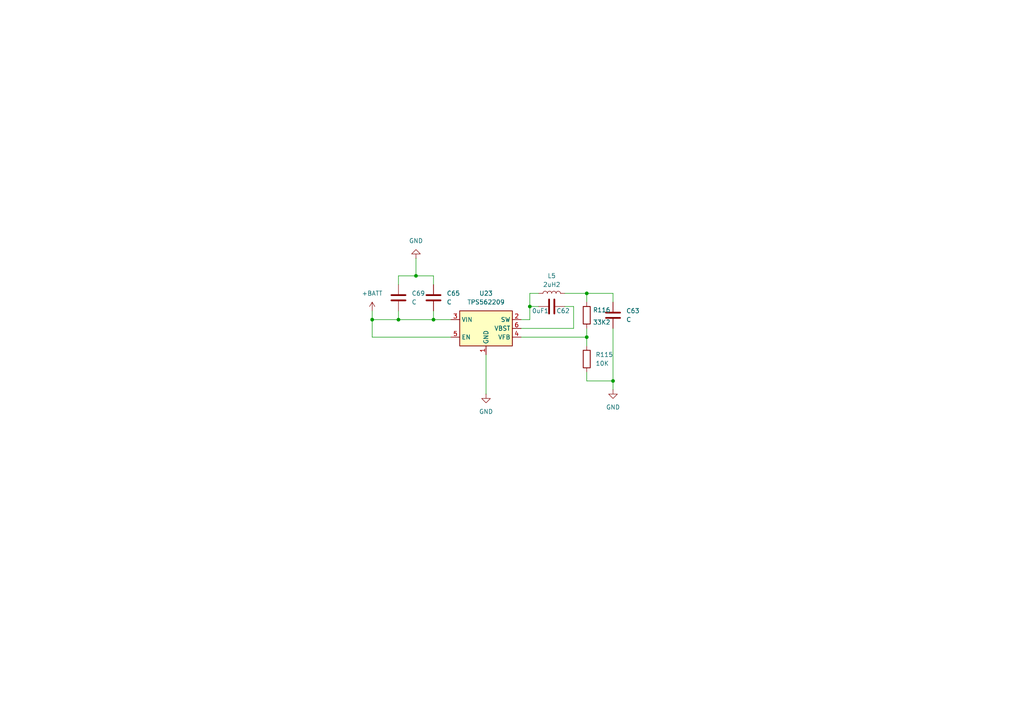
<source format=kicad_sch>
(kicad_sch (version 20250114) (generator "eeschema") (generator_version "9.0")
  (paper "A4")
  (lib_symbols
    (symbol "Device:C" (pin_numbers (hide yes)) (pin_names (offset 0.254))
      (property "Reference" "C" (at 0.635 2.54 0))
      (property "Value" "C" (at 0.635 -2.54 0))
      (symbol "C_0_1"
        (polyline (pts (xy -2.032 0.762) (xy 2.032 0.762)) (stroke (width 0.508)))
        (polyline (pts (xy -2.032 -0.762) (xy 2.032 -0.762)) (stroke (width 0.508)))
      )
      (symbol "C_1_1"
        (pin passive line (at 0 3.81 270) (length 2.794) (name "~") (number "1"))
        (pin passive line (at 0 -3.81 90) (length 2.794) (name "~") (number "2"))
      )
    )
    (symbol "Device:L" (pin_numbers (hide yes)) (pin_names (offset 1.016) (hide yes))
      (property "Reference" "L" (at -1.27 0 90))
      (property "Value" "L" (at 1.905 0 90))
      (symbol "L_0_1"
        (arc (start 0 2.54) (mid 0.6323 1.905) (end 0 1.27))
        (arc (start 0 1.27) (mid 0.6323 0.635) (end 0 0))
        (arc (start 0 0) (mid 0.6323 -0.635) (end 0 -1.27))
        (arc (start 0 -1.27) (mid 0.6323 -1.905) (end 0 -2.54))
      )
      (symbol "L_1_1"
        (pin passive line (at 0 3.81 270) (length 1.27) (name "1") (number "1"))
        (pin passive line (at 0 -3.81 90) (length 1.27) (name "2") (number "2"))
      )
    )
    (symbol "Device:R" (pin_numbers (hide yes)) (pin_names (offset 0))
      (property "Reference" "R" (at 2.032 0 90))
      (property "Value" "R" (at 0 0 90))
      (symbol "R_0_1"
        (rectangle (start -1.016 -2.54) (end 1.016 2.54) (stroke (width 0.254)))
      )
      (symbol "R_1_1"
        (pin passive line (at 0 3.81 270) (length 1.27) (name "~") (number "1"))
        (pin passive line (at 0 -3.81 90) (length 1.27) (name "~") (number "2"))
      )
    )
    (symbol "TPS5:TPS562209"
      (property "Reference" "U" (at -7.62 6.35 0))
      (property "Value" "TPS562209" (at -2.54 6.35 0))
      (symbol "TPS562209_0_1"
        (rectangle (start -7.62 5.08) (end 7.62 -5.08) (stroke (width 0.254)) (fill (type background)))
      )
      (symbol "TPS562209_1_1"
        (pin power_in line (at -10.16 2.54 0) (length 2.54) (name "VIN") (number "3"))
        (pin input line (at -10.16 -2.54 0) (length 2.54) (name "EN") (number "5"))
        (pin power_in line (at 0 -7.62 90) (length 2.54) (name "GND") (number "1"))
        (pin output line (at 10.16 2.54 180) (length 2.54) (name "SW") (number "2"))
        (pin passive line (at 10.16 0 180) (length 2.54) (name "VBST") (number "6"))
        (pin input line (at 10.16 -2.54 180) (length 2.54) (name "VFB") (number "4"))
      )
    )
    (symbol "power:+BATT" (power) (pin_numbers (hide yes)) (pin_names (offset 0) (hide yes))
      (property "Value" "+BATT" (at 0 3.556 0))
      (symbol "+BATT_0_1"
        (polyline (pts (xy -0.762 1.27) (xy 0 2.54)))
        (polyline (pts (xy 0 2.54) (xy 0.762 1.27)))
        (polyline (pts (xy 0 0) (xy 0 2.54)))
      )
      (symbol "+BATT_1_1"
        (pin power_in line (at 0 0 90) (length 0) (name "~") (number "1"))
      )
    )
    (symbol "power:GND" (power) (pin_numbers (hide yes)) (pin_names (offset 0) (hide yes))
      (property "Value" "GND" (at 0 -3.81 0))
      (symbol "GND_0_1"
        (polyline (pts (xy 0 0) (xy 0 -1.27) (xy 1.27 -1.27) (xy 0 -2.54) (xy -1.27 -1.27) (xy 0 -1.27)))
      )
      (symbol "GND_1_1"
        (pin power_in line (at 0 0 270) (length 0) (name "~") (number "1"))
      )
    )
  )
  (junction (at 115.57 92.71))
  (junction (at 177.8 110.49))
  (junction (at 170.18 97.79))
  (junction (at 107.95 92.71))
  (junction (at 153.67 88.9))
  (junction (at 120.65 80.01))
  (junction (at 125.73 92.71))
  (junction (at 170.18 85.09))
  (wire (pts (xy 125.73 90.17) (xy 125.73 92.71)))
  (wire (pts (xy 166.37 88.9) (xy 166.37 95.25)))
  (wire (pts (xy 153.67 92.71) (xy 151.13 92.71)))
  (wire (pts (xy 115.57 90.17) (xy 115.57 92.71)))
  (wire (pts (xy 120.65 80.01) (xy 125.73 80.01)))
  (wire (pts (xy 107.95 90.17) (xy 107.95 92.71)))
  (wire (pts (xy 107.95 97.79) (xy 107.95 92.71)))
  (wire (pts (xy 170.18 95.25) (xy 170.18 97.79)))
  (wire (pts (xy 115.57 80.01) (xy 120.65 80.01)))
  (wire (pts (xy 115.57 92.71) (xy 107.95 92.71)))
  (wire (pts (xy 115.57 82.55) (xy 115.57 80.01)))
  (wire (pts (xy 151.13 97.79) (xy 170.18 97.79)))
  (wire (pts (xy 120.65 80.01) (xy 120.65 74.93)))
  (wire (pts (xy 177.8 85.09) (xy 177.8 87.63)))
  (wire (pts (xy 153.67 88.9) (xy 153.67 92.71)))
  (wire (pts (xy 170.18 85.09) (xy 170.18 87.63)))
  (wire (pts (xy 140.97 102.87) (xy 140.97 114.3)))
  (wire (pts (xy 153.67 85.09) (xy 153.67 88.9)))
  (wire (pts (xy 125.73 80.01) (xy 125.73 82.55)))
  (wire (pts (xy 177.8 95.25) (xy 177.8 110.49)))
  (wire (pts (xy 153.67 85.09) (xy 156.21 85.09)))
  (wire (pts (xy 130.81 92.71) (xy 125.73 92.71)))
  (wire (pts (xy 170.18 97.79) (xy 170.18 100.33)))
  (wire (pts (xy 177.8 110.49) (xy 177.8 113.03)))
  (wire (pts (xy 163.83 85.09) (xy 170.18 85.09)))
  (wire (pts (xy 107.95 97.79) (xy 130.81 97.79)))
  (wire (pts (xy 170.18 85.09) (xy 177.8 85.09)))
  (wire (pts (xy 170.18 107.95) (xy 170.18 110.49)))
  (wire (pts (xy 166.37 95.25) (xy 151.13 95.25)))
  (wire (pts (xy 166.37 88.9) (xy 163.83 88.9)))
  (wire (pts (xy 115.57 92.71) (xy 125.73 92.71)))
  (wire (pts (xy 156.21 88.9) (xy 153.67 88.9)))
  (wire (pts (xy 170.18 110.49) (xy 177.8 110.49)))
  (symbol (lib_id "Device:C") (at 177.8 91.44 0) (unit 1)
    (property "Reference" "C63" (at 181.61 90.1699 0) (effects (justify left)))
    (property "Value" "C" (at 181.61 92.7099 0) (effects (justify left)))
    (property "Description" "Unpolarized capacitor" (effects (hide yes)))
  )
  (symbol (lib_id "power:GND") (at 177.8 113.03 0) (unit 1)
    (property "Reference" "#PWR0214" (effects (hide yes)))
    (property "Value" "GND" (at 177.8 118.11 0))
    (property "Description" "Power symbol creates a global label with name \"GND\" , ground" (effects (hide yes)))
  )
  (symbol (lib_id "Device:R") (at 170.18 91.44 0) (unit 1)
    (property "Reference" "R116" (at 171.958 89.916 0) (effects (justify left)))
    (property "Value" "33K2" (at 171.958 93.472 0) (effects (justify left)))
    (property "Description" "Resistor" (effects (hide yes)))
  )
  (symbol (lib_id "Device:C") (at 160.02 88.9 90) (unit 1)
    (property "Reference" "C62" (at 163.322 90.17 90))
    (property "Value" "0uF1" (at 156.718 90.17 90))
    (property "Description" "Unpolarized capacitor" (effects (hide yes)))
  )
  (symbol (lib_id "power:GND") (at 140.97 114.3 0) (unit 1)
    (property "Reference" "#PWR0213" (effects (hide yes)))
    (property "Value" "GND" (at 140.97 119.38 0))
    (property "Description" "Power symbol creates a global label with name \"GND\" , ground" (effects (hide yes)))
  )
  (symbol (lib_id "Device:C") (at 115.57 86.36 0) (unit 1)
    (property "Reference" "C69" (at 119.38 85.0899 0) (effects (justify left)))
    (property "Value" "C" (at 119.38 87.6299 0) (effects (justify left)))
    (property "Description" "Unpolarized capacitor" (effects (hide yes)))
  )
  (symbol (lib_id "Device:R") (at 170.18 104.14 0) (unit 1)
    (property "Reference" "R115" (at 172.72 102.8699 0) (effects (justify left)))
    (property "Value" "10K" (at 172.72 105.4099 0) (effects (justify left)))
    (property "Description" "Resistor" (effects (hide yes)))
  )
  (symbol (lib_id "power:+BATT") (at 107.95 90.17 0) (unit 1)
    (property "Reference" "#PWR0211" (effects (hide yes)))
    (property "Value" "+BATT" (at 107.95 85.09 0))
    (property "Description" "Power symbol creates a global label with name \"+BATT\"" (effects (hide yes)))
  )
  (symbol (lib_id "TPS5:TPS562209") (at 140.97 95.25 0) (unit 1)
    (property "Reference" "U23" (at 140.97 85.09 0))
    (property "Value" "TPS562209" (at 140.97 87.63 0))
    (property "Footprint" "Package_TO_SOT_SMD:SOT-23-6" (effects (hide yes)))
    (property "Datasheet" "http://www.ti.com/lit/ds/symlink/tps5632209.pdf" (effects (hide yes)))
    (property "Description" "2A Synchronous Step-Down Voltage Regulator, Adjustable Output Voltage, 4.5-17V Input Voltage, SOT-23-6" (effects (hide yes)))
  )
  (symbol (lib_id "Device:L") (at 160.02 85.09 90) (unit 1)
    (property "Reference" "L5" (at 160.02 80.01 90))
    (property "Value" "2uH2" (at 160.02 82.55 90))
    (property "Description" "Inductor" (effects (hide yes)))
  )
  (symbol (lib_id "Device:C") (at 125.73 86.36 0) (unit 1)
    (property "Reference" "C65" (at 129.54 85.0899 0) (effects (justify left)))
    (property "Value" "C" (at 129.54 87.6299 0) (effects (justify left)))
    (property "Description" "Unpolarized capacitor" (effects (hide yes)))
  )
  (symbol (lib_id "power:GND") (at 120.65 74.93 180) (unit 1)
    (property "Reference" "#PWR0212" (effects (hide yes)))
    (property "Value" "GND" (at 120.65 69.85 0))
    (property "Description" "Power symbol creates a global label with name \"GND\" , ground" (effects (hide yes)))
  )
)
</source>
